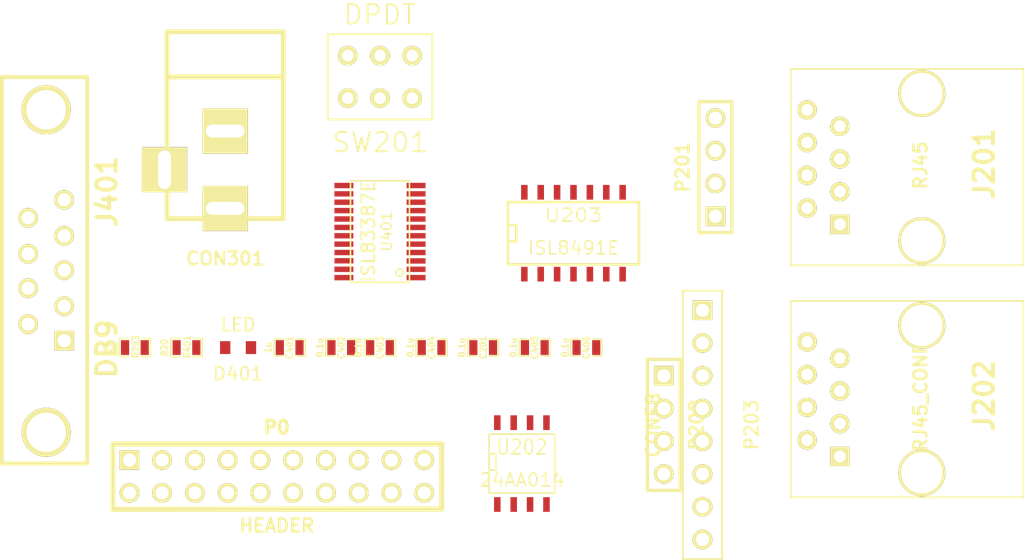
<source format=kicad_pcb>
(kicad_pcb (version 3) (host pcbnew "(2013-07-07 BZR 4022)-stable")

  (general
    (links 78)
    (no_connects 78)
    (area 0 0 0 0)
    (thickness 1.6)
    (drawings 0)
    (tracks 0)
    (zones 0)
    (modules 22)
    (nets 45)
  )

  (page A3)
  (layers
    (15 F.Cu signal)
    (0 B.Cu signal)
    (16 B.Adhes user)
    (17 F.Adhes user)
    (18 B.Paste user)
    (19 F.Paste user)
    (20 B.SilkS user)
    (21 F.SilkS user)
    (22 B.Mask user)
    (23 F.Mask user)
    (24 Dwgs.User user)
    (25 Cmts.User user)
    (26 Eco1.User user)
    (27 Eco2.User user)
    (28 Edge.Cuts user)
  )

  (setup
    (last_trace_width 0.254)
    (trace_clearance 0.254)
    (zone_clearance 0.508)
    (zone_45_only no)
    (trace_min 0.254)
    (segment_width 0.2)
    (edge_width 0.15)
    (via_size 0.889)
    (via_drill 0.635)
    (via_min_size 0.889)
    (via_min_drill 0.508)
    (uvia_size 0.508)
    (uvia_drill 0.127)
    (uvias_allowed no)
    (uvia_min_size 0.508)
    (uvia_min_drill 0.127)
    (pcb_text_width 0.3)
    (pcb_text_size 1.5 1.5)
    (mod_edge_width 0.15)
    (mod_text_size 1.5 1.5)
    (mod_text_width 0.15)
    (pad_size 3.64998 3.64998)
    (pad_drill 3.2)
    (pad_to_mask_clearance 0.2)
    (aux_axis_origin 0 0)
    (visible_elements FFFFFFBF)
    (pcbplotparams
      (layerselection 3178497)
      (usegerberextensions true)
      (excludeedgelayer true)
      (linewidth 0.150000)
      (plotframeref false)
      (viasonmask false)
      (mode 1)
      (useauxorigin false)
      (hpglpennumber 1)
      (hpglpenspeed 20)
      (hpglpendiameter 15)
      (hpglpenoverlay 2)
      (psnegative false)
      (psa4output false)
      (plotreference true)
      (plotvalue true)
      (plotothertext true)
      (plotinvisibletext false)
      (padsonsilk false)
      (subtractmaskfromsilk false)
      (outputformat 1)
      (mirror false)
      (drillshape 1)
      (scaleselection 1)
      (outputdirectory ""))
  )

  (net 0 "")
  (net 1 "/RS422 RJ-45 standalone/A0")
  (net 2 "/RS422 RJ-45 standalone/A1")
  (net 3 "/RS422 RJ-45 standalone/A2")
  (net 4 "/RS422 RJ-45 standalone/CTS_ISO")
  (net 5 "/RS422 RJ-45 standalone/DSR_ISO")
  (net 6 "/RS422 RJ-45 standalone/DTR_ISO")
  (net 7 "/RS422 RJ-45 standalone/GND")
  (net 8 "/RS422 RJ-45 standalone/GND_ISO")
  (net 9 "/RS422 RJ-45 standalone/RS232 Adapter block/A_CTS")
  (net 10 "/RS422 RJ-45 standalone/RS232 Adapter block/A_DSR")
  (net 11 "/RS422 RJ-45 standalone/RS232 Adapter block/A_DTR")
  (net 12 "/RS422 RJ-45 standalone/RS232 Adapter block/A_RTS")
  (net 13 "/RS422 RJ-45 standalone/RS232 Adapter block/A_RX")
  (net 14 "/RS422 RJ-45 standalone/RS232 Adapter block/A_TX")
  (net 15 "/RS422 RJ-45 standalone/RTS_ISO")
  (net 16 "/RS422 RJ-45 standalone/RX_ISO")
  (net 17 "/RS422 RJ-45 standalone/SCL")
  (net 18 "/RS422 RJ-45 standalone/SDA")
  (net 19 "/RS422 RJ-45 standalone/TX_ISO")
  (net 20 "/RS422 RJ-45 standalone/VCC_3V3")
  (net 21 "/RS422 RJ-45 standalone/VCC_5V_ISO")
  (net 22 N-0000023)
  (net 23 N-0000024)
  (net 24 N-0000025)
  (net 25 N-0000026)
  (net 26 N-0000027)
  (net 27 N-0000028)
  (net 28 N-0000029)
  (net 29 N-0000030)
  (net 30 N-0000031)
  (net 31 N-0000032)
  (net 32 N-0000033)
  (net 33 N-0000034)
  (net 34 N-0000035)
  (net 35 N-0000036)
  (net 36 N-0000042)
  (net 37 N-0000043)
  (net 38 N-0000044)
  (net 39 N-0000045)
  (net 40 N-0000046)
  (net 41 N-0000050)
  (net 42 N-0000051)
  (net 43 N-0000052)
  (net 44 N-0000059)

  (net_class Default "This is the default net class."
    (clearance 0.254)
    (trace_width 0.254)
    (via_dia 0.889)
    (via_drill 0.635)
    (uvia_dia 0.508)
    (uvia_drill 0.127)
    (add_net "")
    (add_net "/RS422 RJ-45 standalone/A0")
    (add_net "/RS422 RJ-45 standalone/A1")
    (add_net "/RS422 RJ-45 standalone/A2")
    (add_net "/RS422 RJ-45 standalone/CTS_ISO")
    (add_net "/RS422 RJ-45 standalone/DSR_ISO")
    (add_net "/RS422 RJ-45 standalone/DTR_ISO")
    (add_net "/RS422 RJ-45 standalone/GND")
    (add_net "/RS422 RJ-45 standalone/GND_ISO")
    (add_net "/RS422 RJ-45 standalone/RS232 Adapter block/A_CTS")
    (add_net "/RS422 RJ-45 standalone/RS232 Adapter block/A_DSR")
    (add_net "/RS422 RJ-45 standalone/RS232 Adapter block/A_DTR")
    (add_net "/RS422 RJ-45 standalone/RS232 Adapter block/A_RTS")
    (add_net "/RS422 RJ-45 standalone/RS232 Adapter block/A_RX")
    (add_net "/RS422 RJ-45 standalone/RS232 Adapter block/A_TX")
    (add_net "/RS422 RJ-45 standalone/RTS_ISO")
    (add_net "/RS422 RJ-45 standalone/RX_ISO")
    (add_net "/RS422 RJ-45 standalone/SCL")
    (add_net "/RS422 RJ-45 standalone/SDA")
    (add_net "/RS422 RJ-45 standalone/TX_ISO")
    (add_net "/RS422 RJ-45 standalone/VCC_3V3")
    (add_net "/RS422 RJ-45 standalone/VCC_5V_ISO")
    (add_net N-0000023)
    (add_net N-0000024)
    (add_net N-0000025)
    (add_net N-0000026)
    (add_net N-0000027)
    (add_net N-0000028)
    (add_net N-0000029)
    (add_net N-0000030)
    (add_net N-0000031)
    (add_net N-0000032)
    (add_net N-0000033)
    (add_net N-0000034)
    (add_net N-0000035)
    (add_net N-0000036)
    (add_net N-0000042)
    (add_net N-0000043)
    (add_net N-0000044)
    (add_net N-0000045)
    (add_net N-0000046)
    (add_net N-0000050)
    (add_net N-0000051)
    (add_net N-0000052)
    (add_net N-0000059)
  )

  (module Vishay_SMD_MiniLED (layer F.Cu) (tedit 53B4DF2C) (tstamp 53B6F553)
    (at 212 163)
    (path /53AB69CE/53B10151/53B1042C)
    (fp_text reference D401 (at 0 2.032) (layer F.SilkS)
      (effects (font (size 1 1) (thickness 0.15)))
    )
    (fp_text value LED (at 0 -1.778) (layer F.SilkS)
      (effects (font (size 1 1) (thickness 0.15)))
    )
    (pad 1 smd rect (at -1 0) (size 0.8 1)
      (layers F.Cu F.Paste F.Mask)
      (net 37 N-0000043)
    )
    (pad 2 smd rect (at 1 0) (size 0.8 1)
      (layers F.Cu F.Paste F.Mask)
      (net 8 "/RS422 RJ-45 standalone/GND_ISO")
    )
  )

  (module tssop-24 (layer F.Cu) (tedit 50BDFAA3) (tstamp 53B6F574)
    (at 223 154 90)
    (descr TSSOP-24)
    (path /53AB69CE/53B10151/53B10425)
    (attr smd)
    (fp_text reference U401 (at 0 0.508 90) (layer F.SilkS)
      (effects (font (size 0.8001 0.8001) (thickness 0.11938)))
    )
    (fp_text value ISL83387E (at 0 -0.89916 90) (layer F.SilkS)
      (effects (font (size 1.00076 1.00076) (thickness 0.14986)))
    )
    (fp_line (start 3.937 -2.286) (end -3.937 -2.286) (layer F.SilkS) (width 0.127))
    (fp_line (start -3.937 -2.286) (end -3.937 2.286) (layer F.SilkS) (width 0.127))
    (fp_line (start -3.937 2.286) (end 3.937 2.286) (layer F.SilkS) (width 0.127))
    (fp_line (start 3.937 2.286) (end 3.937 -2.286) (layer F.SilkS) (width 0.127))
    (fp_circle (center -3.175 1.524) (end -3.302 1.778) (layer F.SilkS) (width 0.127))
    (pad 6 smd rect (at -0.32512 2.79908 90) (size 0.4191 1.47066)
      (layers F.Cu F.Paste F.Mask)
      (net 40 N-0000046)
    )
    (pad 7 smd rect (at 0.32512 2.79908 90) (size 0.4191 1.47066)
      (layers F.Cu F.Paste F.Mask)
      (net 16 "/RS422 RJ-45 standalone/RX_ISO")
    )
    (pad 8 smd rect (at 0.97536 2.79908 90) (size 0.4191 1.47066)
      (layers F.Cu F.Paste F.Mask)
      (net 4 "/RS422 RJ-45 standalone/CTS_ISO")
    )
    (pad 9 smd rect (at 1.6256 2.79908 90) (size 0.4191 1.47066)
      (layers F.Cu F.Paste F.Mask)
      (net 38 N-0000044)
    )
    (pad 22 smd rect (at -2.26568 -2.794 90) (size 0.4191 1.47066)
      (layers F.Cu F.Paste F.Mask)
      (net 8 "/RS422 RJ-45 standalone/GND_ISO")
    )
    (pad 3 smd rect (at -2.27584 2.79908 90) (size 0.4191 1.47066)
      (layers F.Cu F.Paste F.Mask)
      (net 42 N-0000051)
    )
    (pad 4 smd rect (at -1.6256 2.79908 90) (size 0.4191 1.47066)
      (layers F.Cu F.Paste F.Mask)
      (net 43 N-0000052)
    )
    (pad 5 smd rect (at -0.97536 2.79908 90) (size 0.4191 1.47066)
      (layers F.Cu F.Paste F.Mask)
      (net 39 N-0000045)
    )
    (pad 15 smd rect (at 2.27584 -2.79908 90) (size 0.4191 1.47066)
      (layers F.Cu F.Paste F.Mask)
      (net 21 "/RS422 RJ-45 standalone/VCC_5V_ISO")
    )
    (pad 16 smd rect (at 1.6256 -2.79908 90) (size 0.4191 1.47066)
      (layers F.Cu F.Paste F.Mask)
      (net 11 "/RS422 RJ-45 standalone/RS232 Adapter block/A_DTR")
    )
    (pad 17 smd rect (at 0.97536 -2.79908 90) (size 0.4191 1.47066)
      (layers F.Cu F.Paste F.Mask)
      (net 12 "/RS422 RJ-45 standalone/RS232 Adapter block/A_RTS")
    )
    (pad 18 smd rect (at 0.32512 -2.79908 90) (size 0.4191 1.47066)
      (layers F.Cu F.Paste F.Mask)
      (net 14 "/RS422 RJ-45 standalone/RS232 Adapter block/A_TX")
    )
    (pad 19 smd rect (at -0.32512 -2.79908 90) (size 0.4191 1.47066)
      (layers F.Cu F.Paste F.Mask)
      (net 10 "/RS422 RJ-45 standalone/RS232 Adapter block/A_DSR")
    )
    (pad 20 smd rect (at -0.97536 -2.79908 90) (size 0.4191 1.47066)
      (layers F.Cu F.Paste F.Mask)
      (net 9 "/RS422 RJ-45 standalone/RS232 Adapter block/A_CTS")
    )
    (pad 10 smd rect (at 2.27584 2.79908 90) (size 0.4191 1.47066)
      (layers F.Cu F.Paste F.Mask)
      (net 5 "/RS422 RJ-45 standalone/DSR_ISO")
    )
    (pad 21 smd rect (at -1.6256 -2.794 90) (size 0.4191 1.47066)
      (layers F.Cu F.Paste F.Mask)
      (net 13 "/RS422 RJ-45 standalone/RS232 Adapter block/A_RX")
    )
    (pad 2 smd rect (at -2.92608 2.79908 90) (size 0.4191 1.47066)
      (layers F.Cu F.Paste F.Mask)
      (net 44 N-0000059)
    )
    (pad 11 smd rect (at 2.92608 2.79908 90) (size 0.4191 1.47066)
      (layers F.Cu F.Paste F.Mask)
      (net 8 "/RS422 RJ-45 standalone/GND_ISO")
    )
    (pad 14 smd rect (at 2.92608 -2.79908 90) (size 0.4191 1.47066)
      (layers F.Cu F.Paste F.Mask)
      (net 19 "/RS422 RJ-45 standalone/TX_ISO")
    )
    (pad 23 smd rect (at -2.92608 -2.79908 90) (size 0.4191 1.47066)
      (layers F.Cu F.Paste F.Mask)
      (net 21 "/RS422 RJ-45 standalone/VCC_5V_ISO")
    )
    (pad 1 smd rect (at -3.57378 2.79908 90) (size 0.4191 1.47066)
      (layers F.Cu F.Paste F.Mask)
      (net 41 N-0000050)
    )
    (pad 12 smd rect (at 3.57378 2.79908 90) (size 0.4191 1.47066)
      (layers F.Cu F.Paste F.Mask)
      (net 6 "/RS422 RJ-45 standalone/DTR_ISO")
    )
    (pad 13 smd rect (at 3.57378 -2.79908 90) (size 0.4191 1.47066)
      (layers F.Cu F.Paste F.Mask)
      (net 15 "/RS422 RJ-45 standalone/RTS_ISO")
    )
    (pad 24 smd rect (at -3.57378 -2.79908 90) (size 0.4191 1.47066)
      (layers F.Cu F.Paste F.Mask)
      (net 21 "/RS422 RJ-45 standalone/VCC_5V_ISO")
    )
    (model smd/smd_dil/tssop-24.wrl
      (at (xyz 0 0 0))
      (scale (xyz 1 1 1))
      (rotate (xyz 0 0 0))
    )
  )

  (module SO8N (layer F.Cu) (tedit 45127296) (tstamp 53B6F587)
    (at 234 172)
    (descr "Module CMS SOJ 8 pins large")
    (tags "CMS SOJ")
    (path /53AB69CE/53ABBAB7)
    (attr smd)
    (fp_text reference U202 (at 0 -1.27) (layer F.SilkS)
      (effects (font (size 1.143 1.016) (thickness 0.127)))
    )
    (fp_text value 24AA014 (at 0 1.27) (layer F.SilkS)
      (effects (font (size 1.016 1.016) (thickness 0.127)))
    )
    (fp_line (start -2.54 -2.286) (end 2.54 -2.286) (layer F.SilkS) (width 0.127))
    (fp_line (start 2.54 -2.286) (end 2.54 2.286) (layer F.SilkS) (width 0.127))
    (fp_line (start 2.54 2.286) (end -2.54 2.286) (layer F.SilkS) (width 0.127))
    (fp_line (start -2.54 2.286) (end -2.54 -2.286) (layer F.SilkS) (width 0.127))
    (fp_line (start -2.54 -0.762) (end -2.032 -0.762) (layer F.SilkS) (width 0.127))
    (fp_line (start -2.032 -0.762) (end -2.032 0.508) (layer F.SilkS) (width 0.127))
    (fp_line (start -2.032 0.508) (end -2.54 0.508) (layer F.SilkS) (width 0.127))
    (pad 8 smd rect (at -1.905 -3.175) (size 0.508 1.143)
      (layers F.Cu F.Paste F.Mask)
      (net 36 N-0000042)
    )
    (pad 7 smd rect (at -0.635 -3.175) (size 0.508 1.143)
      (layers F.Cu F.Paste F.Mask)
      (net 7 "/RS422 RJ-45 standalone/GND")
    )
    (pad 6 smd rect (at 0.635 -3.175) (size 0.508 1.143)
      (layers F.Cu F.Paste F.Mask)
      (net 17 "/RS422 RJ-45 standalone/SCL")
    )
    (pad 5 smd rect (at 1.905 -3.175) (size 0.508 1.143)
      (layers F.Cu F.Paste F.Mask)
      (net 18 "/RS422 RJ-45 standalone/SDA")
    )
    (pad 4 smd rect (at 1.905 3.175) (size 0.508 1.143)
      (layers F.Cu F.Paste F.Mask)
      (net 7 "/RS422 RJ-45 standalone/GND")
    )
    (pad 3 smd rect (at 0.635 3.175) (size 0.508 1.143)
      (layers F.Cu F.Paste F.Mask)
      (net 3 "/RS422 RJ-45 standalone/A2")
    )
    (pad 2 smd rect (at -0.635 3.175) (size 0.508 1.143)
      (layers F.Cu F.Paste F.Mask)
      (net 2 "/RS422 RJ-45 standalone/A1")
    )
    (pad 1 smd rect (at -1.905 3.175) (size 0.508 1.143)
      (layers F.Cu F.Paste F.Mask)
      (net 1 "/RS422 RJ-45 standalone/A0")
    )
    (model smd/cms_so8.wrl
      (at (xyz 0 0 0))
      (scale (xyz 0.5 0.38 0.5))
      (rotate (xyz 0 0 0))
    )
  )

  (module SO14N (layer F.Cu) (tedit 42806FE5) (tstamp 53B6F5A0)
    (at 238 154)
    (descr "Module CMS SOJ 14 pins Large")
    (tags "CMS SOJ")
    (path /53AB69CE/53AFC18A)
    (attr smd)
    (fp_text reference U203 (at 0 -1.27) (layer F.SilkS)
      (effects (font (size 1.016 1.143) (thickness 0.127)))
    )
    (fp_text value ISL8491E (at 0 1.27) (layer F.SilkS)
      (effects (font (size 1.016 1.016) (thickness 0.127)))
    )
    (fp_line (start 5.08 -2.286) (end 5.08 2.54) (layer F.SilkS) (width 0.2032))
    (fp_line (start 5.08 2.54) (end -5.08 2.54) (layer F.SilkS) (width 0.2032))
    (fp_line (start -5.08 2.54) (end -5.08 -2.286) (layer F.SilkS) (width 0.2032))
    (fp_line (start -5.08 -2.286) (end 5.08 -2.286) (layer F.SilkS) (width 0.2032))
    (fp_line (start -5.08 -0.508) (end -4.445 -0.508) (layer F.SilkS) (width 0.2032))
    (fp_line (start -4.445 -0.508) (end -4.445 0.762) (layer F.SilkS) (width 0.2032))
    (fp_line (start -4.445 0.762) (end -5.08 0.762) (layer F.SilkS) (width 0.2032))
    (pad 1 smd rect (at -3.81 3.302) (size 0.508 1.143)
      (layers F.Cu F.Paste F.Mask)
    )
    (pad 2 smd rect (at -2.54 3.302) (size 0.508 1.143)
      (layers F.Cu F.Paste F.Mask)
      (net 16 "/RS422 RJ-45 standalone/RX_ISO")
    )
    (pad 3 smd rect (at -1.27 3.302) (size 0.508 1.143)
      (layers F.Cu F.Paste F.Mask)
      (net 23 N-0000024)
    )
    (pad 4 smd rect (at 0 3.302) (size 0.508 1.143)
      (layers F.Cu F.Paste F.Mask)
      (net 24 N-0000025)
    )
    (pad 5 smd rect (at 1.27 3.302) (size 0.508 1.143)
      (layers F.Cu F.Paste F.Mask)
      (net 19 "/RS422 RJ-45 standalone/TX_ISO")
    )
    (pad 6 smd rect (at 2.54 3.302) (size 0.508 1.143)
      (layers F.Cu F.Paste F.Mask)
      (net 8 "/RS422 RJ-45 standalone/GND_ISO")
    )
    (pad 7 smd rect (at 3.81 3.302) (size 0.508 1.143)
      (layers F.Cu F.Paste F.Mask)
      (net 8 "/RS422 RJ-45 standalone/GND_ISO")
    )
    (pad 8 smd rect (at 3.81 -3.048) (size 0.508 1.143)
      (layers F.Cu F.Paste F.Mask)
    )
    (pad 9 smd rect (at 2.54 -3.048) (size 0.508 1.143)
      (layers F.Cu F.Paste F.Mask)
      (net 34 N-0000035)
    )
    (pad 11 smd rect (at 0 -3.048) (size 0.508 1.143)
      (layers F.Cu F.Paste F.Mask)
      (net 32 N-0000033)
    )
    (pad 12 smd rect (at -1.27 -3.048) (size 0.508 1.143)
      (layers F.Cu F.Paste F.Mask)
      (net 35 N-0000036)
    )
    (pad 13 smd rect (at -2.54 -3.048) (size 0.508 1.143)
      (layers F.Cu F.Paste F.Mask)
    )
    (pad 14 smd rect (at -3.81 -3.048) (size 0.508 1.143)
      (layers F.Cu F.Paste F.Mask)
      (net 21 "/RS422 RJ-45 standalone/VCC_5V_ISO")
    )
    (pad 10 smd rect (at 1.27 -3.048) (size 0.508 1.143)
      (layers F.Cu F.Paste F.Mask)
      (net 33 N-0000034)
    )
    (model smd/cms_so14.wrl
      (at (xyz 0 0 0))
      (scale (xyz 0.5 0.4 0.5))
      (rotate (xyz 0 0 0))
    )
  )

  (module SM0603_Resistor (layer F.Cu) (tedit 5051B21B) (tstamp 53B6F5AC)
    (at 204 163)
    (path /53AB69CE/53ABAC25)
    (attr smd)
    (fp_text reference R203 (at 0.0635 -0.0635 90) (layer F.SilkS)
      (effects (font (size 0.50038 0.4572) (thickness 0.1143)))
    )
    (fp_text value 50 (at -1.69926 0 90) (layer F.SilkS)
      (effects (font (size 0.508 0.4572) (thickness 0.1143)))
    )
    (fp_line (start -0.50038 -0.6985) (end -1.2065 -0.6985) (layer F.SilkS) (width 0.127))
    (fp_line (start -1.2065 -0.6985) (end -1.2065 0.6985) (layer F.SilkS) (width 0.127))
    (fp_line (start -1.2065 0.6985) (end -0.50038 0.6985) (layer F.SilkS) (width 0.127))
    (fp_line (start 1.2065 -0.6985) (end 0.50038 -0.6985) (layer F.SilkS) (width 0.127))
    (fp_line (start 1.2065 -0.6985) (end 1.2065 0.6985) (layer F.SilkS) (width 0.127))
    (fp_line (start 1.2065 0.6985) (end 0.50038 0.6985) (layer F.SilkS) (width 0.127))
    (pad 1 smd rect (at -0.762 0) (size 0.635 1.143)
      (layers F.Cu F.Paste F.Mask)
      (net 20 "/RS422 RJ-45 standalone/VCC_3V3")
    )
    (pad 2 smd rect (at 0.762 0) (size 0.635 1.143)
      (layers F.Cu F.Paste F.Mask)
      (net 36 N-0000042)
    )
    (model smd\resistors\R0603.wrl
      (at (xyz 0 0 0.001))
      (scale (xyz 0.5 0.5 0.5))
      (rotate (xyz 0 0 0))
    )
  )

  (module SM0603_Resistor (layer F.Cu) (tedit 5051B21B) (tstamp 53B6F5B8)
    (at 208 163)
    (path /53AB69CE/53B10151/53B1042D)
    (attr smd)
    (fp_text reference R401 (at 0.0635 -0.0635 90) (layer F.SilkS)
      (effects (font (size 0.50038 0.4572) (thickness 0.1143)))
    )
    (fp_text value 820 (at -1.69926 0 90) (layer F.SilkS)
      (effects (font (size 0.508 0.4572) (thickness 0.1143)))
    )
    (fp_line (start -0.50038 -0.6985) (end -1.2065 -0.6985) (layer F.SilkS) (width 0.127))
    (fp_line (start -1.2065 -0.6985) (end -1.2065 0.6985) (layer F.SilkS) (width 0.127))
    (fp_line (start -1.2065 0.6985) (end -0.50038 0.6985) (layer F.SilkS) (width 0.127))
    (fp_line (start 1.2065 -0.6985) (end 0.50038 -0.6985) (layer F.SilkS) (width 0.127))
    (fp_line (start 1.2065 -0.6985) (end 1.2065 0.6985) (layer F.SilkS) (width 0.127))
    (fp_line (start 1.2065 0.6985) (end 0.50038 0.6985) (layer F.SilkS) (width 0.127))
    (pad 1 smd rect (at -0.762 0) (size 0.635 1.143)
      (layers F.Cu F.Paste F.Mask)
      (net 37 N-0000043)
    )
    (pad 2 smd rect (at 0.762 0) (size 0.635 1.143)
      (layers F.Cu F.Paste F.Mask)
      (net 38 N-0000044)
    )
    (model smd\resistors\R0603.wrl
      (at (xyz 0 0 0.001))
      (scale (xyz 0.5 0.5 0.5))
      (rotate (xyz 0 0 0))
    )
  )

  (module SM0603_Capa (layer F.Cu) (tedit 5051B1EC) (tstamp 53B6F5C4)
    (at 239 163)
    (path /53AB69CE/53B10151/53B1042B)
    (attr smd)
    (fp_text reference C406 (at 0 0 90) (layer F.SilkS)
      (effects (font (size 0.508 0.4572) (thickness 0.1143)))
    )
    (fp_text value 0.1u (at -1.651 0 90) (layer F.SilkS)
      (effects (font (size 0.508 0.4572) (thickness 0.1143)))
    )
    (fp_line (start 0.50038 0.65024) (end 1.19888 0.65024) (layer F.SilkS) (width 0.11938))
    (fp_line (start -0.50038 0.65024) (end -1.19888 0.65024) (layer F.SilkS) (width 0.11938))
    (fp_line (start 0.50038 -0.65024) (end 1.19888 -0.65024) (layer F.SilkS) (width 0.11938))
    (fp_line (start -1.19888 -0.65024) (end -0.50038 -0.65024) (layer F.SilkS) (width 0.11938))
    (fp_line (start 1.19888 -0.635) (end 1.19888 0.635) (layer F.SilkS) (width 0.11938))
    (fp_line (start -1.19888 0.635) (end -1.19888 -0.635) (layer F.SilkS) (width 0.11938))
    (pad 1 smd rect (at -0.762 0) (size 0.635 1.143)
      (layers F.Cu F.Paste F.Mask)
      (net 43 N-0000052)
    )
    (pad 2 smd rect (at 0.762 0) (size 0.635 1.143)
      (layers F.Cu F.Paste F.Mask)
      (net 39 N-0000045)
    )
    (model smd\capacitors\C0603.wrl
      (at (xyz 0 0 0.001))
      (scale (xyz 0.5 0.5 0.5))
      (rotate (xyz 0 0 0))
    )
  )

  (module SM0603_Capa (layer F.Cu) (tedit 5051B1EC) (tstamp 53B6F5D0)
    (at 235 163)
    (path /53AB69CE/53B10151/53B1042A)
    (attr smd)
    (fp_text reference C405 (at 0 0 90) (layer F.SilkS)
      (effects (font (size 0.508 0.4572) (thickness 0.1143)))
    )
    (fp_text value 0.1u (at -1.651 0 90) (layer F.SilkS)
      (effects (font (size 0.508 0.4572) (thickness 0.1143)))
    )
    (fp_line (start 0.50038 0.65024) (end 1.19888 0.65024) (layer F.SilkS) (width 0.11938))
    (fp_line (start -0.50038 0.65024) (end -1.19888 0.65024) (layer F.SilkS) (width 0.11938))
    (fp_line (start 0.50038 -0.65024) (end 1.19888 -0.65024) (layer F.SilkS) (width 0.11938))
    (fp_line (start -1.19888 -0.65024) (end -0.50038 -0.65024) (layer F.SilkS) (width 0.11938))
    (fp_line (start 1.19888 -0.635) (end 1.19888 0.635) (layer F.SilkS) (width 0.11938))
    (fp_line (start -1.19888 0.635) (end -1.19888 -0.635) (layer F.SilkS) (width 0.11938))
    (pad 1 smd rect (at -0.762 0) (size 0.635 1.143)
      (layers F.Cu F.Paste F.Mask)
      (net 41 N-0000050)
    )
    (pad 2 smd rect (at 0.762 0) (size 0.635 1.143)
      (layers F.Cu F.Paste F.Mask)
      (net 42 N-0000051)
    )
    (model smd\capacitors\C0603.wrl
      (at (xyz 0 0 0.001))
      (scale (xyz 0.5 0.5 0.5))
      (rotate (xyz 0 0 0))
    )
  )

  (module SM0603_Capa (layer F.Cu) (tedit 5051B1EC) (tstamp 53B6F5DC)
    (at 231 163)
    (path /53AB69CE/53B518F0)
    (attr smd)
    (fp_text reference C201 (at 0 0 90) (layer F.SilkS)
      (effects (font (size 0.508 0.4572) (thickness 0.1143)))
    )
    (fp_text value 0.1u (at -1.651 0 90) (layer F.SilkS)
      (effects (font (size 0.508 0.4572) (thickness 0.1143)))
    )
    (fp_line (start 0.50038 0.65024) (end 1.19888 0.65024) (layer F.SilkS) (width 0.11938))
    (fp_line (start -0.50038 0.65024) (end -1.19888 0.65024) (layer F.SilkS) (width 0.11938))
    (fp_line (start 0.50038 -0.65024) (end 1.19888 -0.65024) (layer F.SilkS) (width 0.11938))
    (fp_line (start -1.19888 -0.65024) (end -0.50038 -0.65024) (layer F.SilkS) (width 0.11938))
    (fp_line (start 1.19888 -0.635) (end 1.19888 0.635) (layer F.SilkS) (width 0.11938))
    (fp_line (start -1.19888 0.635) (end -1.19888 -0.635) (layer F.SilkS) (width 0.11938))
    (pad 1 smd rect (at -0.762 0) (size 0.635 1.143)
      (layers F.Cu F.Paste F.Mask)
      (net 7 "/RS422 RJ-45 standalone/GND")
    )
    (pad 2 smd rect (at 0.762 0) (size 0.635 1.143)
      (layers F.Cu F.Paste F.Mask)
      (net 36 N-0000042)
    )
    (model smd\capacitors\C0603.wrl
      (at (xyz 0 0 0.001))
      (scale (xyz 0.5 0.5 0.5))
      (rotate (xyz 0 0 0))
    )
  )

  (module SM0603_Capa (layer F.Cu) (tedit 5051B1EC) (tstamp 53B6F5E8)
    (at 227 163)
    (path /53AB69CE/53B10151/53B10429)
    (attr smd)
    (fp_text reference C404 (at 0 0 90) (layer F.SilkS)
      (effects (font (size 0.508 0.4572) (thickness 0.1143)))
    )
    (fp_text value 0.1u (at -1.651 0 90) (layer F.SilkS)
      (effects (font (size 0.508 0.4572) (thickness 0.1143)))
    )
    (fp_line (start 0.50038 0.65024) (end 1.19888 0.65024) (layer F.SilkS) (width 0.11938))
    (fp_line (start -0.50038 0.65024) (end -1.19888 0.65024) (layer F.SilkS) (width 0.11938))
    (fp_line (start 0.50038 -0.65024) (end 1.19888 -0.65024) (layer F.SilkS) (width 0.11938))
    (fp_line (start -1.19888 -0.65024) (end -0.50038 -0.65024) (layer F.SilkS) (width 0.11938))
    (fp_line (start 1.19888 -0.635) (end 1.19888 0.635) (layer F.SilkS) (width 0.11938))
    (fp_line (start -1.19888 0.635) (end -1.19888 -0.635) (layer F.SilkS) (width 0.11938))
    (pad 1 smd rect (at -0.762 0) (size 0.635 1.143)
      (layers F.Cu F.Paste F.Mask)
      (net 40 N-0000046)
    )
    (pad 2 smd rect (at 0.762 0) (size 0.635 1.143)
      (layers F.Cu F.Paste F.Mask)
      (net 8 "/RS422 RJ-45 standalone/GND_ISO")
    )
    (model smd\capacitors\C0603.wrl
      (at (xyz 0 0 0.001))
      (scale (xyz 0.5 0.5 0.5))
      (rotate (xyz 0 0 0))
    )
  )

  (module SM0603_Capa (layer F.Cu) (tedit 5051B1EC) (tstamp 53B6F5F4)
    (at 223 163)
    (path /53AB69CE/53B10151/53B10428)
    (attr smd)
    (fp_text reference C403 (at 0 0 90) (layer F.SilkS)
      (effects (font (size 0.508 0.4572) (thickness 0.1143)))
    )
    (fp_text value 0.1u (at -1.651 0 90) (layer F.SilkS)
      (effects (font (size 0.508 0.4572) (thickness 0.1143)))
    )
    (fp_line (start 0.50038 0.65024) (end 1.19888 0.65024) (layer F.SilkS) (width 0.11938))
    (fp_line (start -0.50038 0.65024) (end -1.19888 0.65024) (layer F.SilkS) (width 0.11938))
    (fp_line (start 0.50038 -0.65024) (end 1.19888 -0.65024) (layer F.SilkS) (width 0.11938))
    (fp_line (start -1.19888 -0.65024) (end -0.50038 -0.65024) (layer F.SilkS) (width 0.11938))
    (fp_line (start 1.19888 -0.635) (end 1.19888 0.635) (layer F.SilkS) (width 0.11938))
    (fp_line (start -1.19888 0.635) (end -1.19888 -0.635) (layer F.SilkS) (width 0.11938))
    (pad 1 smd rect (at -0.762 0) (size 0.635 1.143)
      (layers F.Cu F.Paste F.Mask)
      (net 44 N-0000059)
    )
    (pad 2 smd rect (at 0.762 0) (size 0.635 1.143)
      (layers F.Cu F.Paste F.Mask)
      (net 8 "/RS422 RJ-45 standalone/GND_ISO")
    )
    (model smd\capacitors\C0603.wrl
      (at (xyz 0 0 0.001))
      (scale (xyz 0.5 0.5 0.5))
      (rotate (xyz 0 0 0))
    )
  )

  (module SM0603_Capa (layer F.Cu) (tedit 5051B1EC) (tstamp 53B6F600)
    (at 220 163)
    (path /53AB69CE/53B10151/53B10427)
    (attr smd)
    (fp_text reference C402 (at 0 0 90) (layer F.SilkS)
      (effects (font (size 0.508 0.4572) (thickness 0.1143)))
    )
    (fp_text value 0.1u (at -1.651 0 90) (layer F.SilkS)
      (effects (font (size 0.508 0.4572) (thickness 0.1143)))
    )
    (fp_line (start 0.50038 0.65024) (end 1.19888 0.65024) (layer F.SilkS) (width 0.11938))
    (fp_line (start -0.50038 0.65024) (end -1.19888 0.65024) (layer F.SilkS) (width 0.11938))
    (fp_line (start 0.50038 -0.65024) (end 1.19888 -0.65024) (layer F.SilkS) (width 0.11938))
    (fp_line (start -1.19888 -0.65024) (end -0.50038 -0.65024) (layer F.SilkS) (width 0.11938))
    (fp_line (start 1.19888 -0.635) (end 1.19888 0.635) (layer F.SilkS) (width 0.11938))
    (fp_line (start -1.19888 0.635) (end -1.19888 -0.635) (layer F.SilkS) (width 0.11938))
    (pad 1 smd rect (at -0.762 0) (size 0.635 1.143)
      (layers F.Cu F.Paste F.Mask)
      (net 21 "/RS422 RJ-45 standalone/VCC_5V_ISO")
    )
    (pad 2 smd rect (at 0.762 0) (size 0.635 1.143)
      (layers F.Cu F.Paste F.Mask)
      (net 8 "/RS422 RJ-45 standalone/GND_ISO")
    )
    (model smd\capacitors\C0603.wrl
      (at (xyz 0 0 0.001))
      (scale (xyz 0.5 0.5 0.5))
      (rotate (xyz 0 0 0))
    )
  )

  (module SM0603_Capa (layer F.Cu) (tedit 5051B1EC) (tstamp 53B6F60C)
    (at 216 163)
    (path /53AB69CE/53B10151/53B10426)
    (attr smd)
    (fp_text reference C401 (at 0 0 90) (layer F.SilkS)
      (effects (font (size 0.508 0.4572) (thickness 0.1143)))
    )
    (fp_text value 1u (at -1.651 0 90) (layer F.SilkS)
      (effects (font (size 0.508 0.4572) (thickness 0.1143)))
    )
    (fp_line (start 0.50038 0.65024) (end 1.19888 0.65024) (layer F.SilkS) (width 0.11938))
    (fp_line (start -0.50038 0.65024) (end -1.19888 0.65024) (layer F.SilkS) (width 0.11938))
    (fp_line (start 0.50038 -0.65024) (end 1.19888 -0.65024) (layer F.SilkS) (width 0.11938))
    (fp_line (start -1.19888 -0.65024) (end -0.50038 -0.65024) (layer F.SilkS) (width 0.11938))
    (fp_line (start 1.19888 -0.635) (end 1.19888 0.635) (layer F.SilkS) (width 0.11938))
    (fp_line (start -1.19888 0.635) (end -1.19888 -0.635) (layer F.SilkS) (width 0.11938))
    (pad 1 smd rect (at -0.762 0) (size 0.635 1.143)
      (layers F.Cu F.Paste F.Mask)
      (net 21 "/RS422 RJ-45 standalone/VCC_5V_ISO")
    )
    (pad 2 smd rect (at 0.762 0) (size 0.635 1.143)
      (layers F.Cu F.Paste F.Mask)
      (net 8 "/RS422 RJ-45 standalone/GND_ISO")
    )
    (model smd\capacitors\C0603.wrl
      (at (xyz 0 0 0.001))
      (scale (xyz 0.5 0.5 0.5))
      (rotate (xyz 0 0 0))
    )
  )

  (module pin_array_8x1 (layer F.Cu) (tedit 53B6C8AF) (tstamp 53B6F61C)
    (at 248 169 270)
    (descr "Double rangee de contacts 2 x 12 pins")
    (tags CONN)
    (path /53AB69CE/53B55658)
    (fp_text reference P203 (at 0 -3.81 270) (layer F.SilkS)
      (effects (font (size 1.016 1.016) (thickness 0.18)))
    )
    (fp_text value CONFB (at 0 3.81 270) (layer F.SilkS)
      (effects (font (size 1.016 1.016) (thickness 0.2032)))
    )
    (fp_line (start -10.414 -1.524) (end 10.414 -1.524) (layer F.SilkS) (width 0.15))
    (fp_line (start 10.414 -1.524) (end 10.414 1.524) (layer F.SilkS) (width 0.15))
    (fp_line (start 10.414 1.524) (end -10.414 1.524) (layer F.SilkS) (width 0.15))
    (fp_line (start -10.414 1.524) (end -10.414 -1.524) (layer F.SilkS) (width 0.15))
    (pad 1 thru_hole rect (at -8.89 0 270) (size 1.524 1.524) (drill 1.016)
      (layers *.Cu *.Mask F.SilkS)
      (net 22 N-0000023)
    )
    (pad 3 thru_hole circle (at -3.81 0 270) (size 1.524 1.524) (drill 1.016)
      (layers *.Cu *.Mask F.SilkS)
      (net 27 N-0000028)
    )
    (pad 2 thru_hole circle (at -6.35 0 270) (size 1.524 1.524) (drill 1.016)
      (layers *.Cu *.Mask F.SilkS)
      (net 26 N-0000027)
    )
    (pad 4 thru_hole circle (at -1.27 0 270) (size 1.524 1.524) (drill 1.016)
      (layers *.Cu *.Mask F.SilkS)
      (net 25 N-0000026)
    )
    (pad 5 thru_hole circle (at 1.27 0 270) (size 1.524 1.524) (drill 1.016)
      (layers *.Cu *.Mask F.SilkS)
      (net 28 N-0000029)
    )
    (pad 6 thru_hole circle (at 3.81 0 270) (size 1.524 1.524) (drill 1.016)
      (layers *.Cu *.Mask F.SilkS)
      (net 29 N-0000030)
    )
    (pad 7 thru_hole circle (at 6.35 0 270) (size 1.524 1.524) (drill 1.016)
      (layers *.Cu *.Mask F.SilkS)
      (net 30 N-0000031)
    )
    (pad 8 thru_hole circle (at 8.89 0 270) (size 1.524 1.524) (drill 1.016)
      (layers *.Cu *.Mask F.SilkS)
      (net 31 N-0000032)
    )
    (model pin_array/pins_array_12x2.wrl
      (at (xyz 0 0 0))
      (scale (xyz 1 1 1))
      (rotate (xyz 0 0 0))
    )
  )

  (module PIN_ARRAY_4x1 (layer F.Cu) (tedit 4C10F42E) (tstamp 53B6F628)
    (at 245 169 270)
    (descr "Double rangee de contacts 2 x 5 pins")
    (tags CONN)
    (path /53AB69CE/53B55649)
    (fp_text reference P202 (at 0 -2.54 270) (layer F.SilkS)
      (effects (font (size 1.016 1.016) (thickness 0.2032)))
    )
    (fp_text value CONFA (at 0 2.54 270) (layer F.SilkS) hide
      (effects (font (size 1.016 1.016) (thickness 0.2032)))
    )
    (fp_line (start 5.08 1.27) (end -5.08 1.27) (layer F.SilkS) (width 0.254))
    (fp_line (start 5.08 -1.27) (end -5.08 -1.27) (layer F.SilkS) (width 0.254))
    (fp_line (start -5.08 -1.27) (end -5.08 1.27) (layer F.SilkS) (width 0.254))
    (fp_line (start 5.08 1.27) (end 5.08 -1.27) (layer F.SilkS) (width 0.254))
    (pad 1 thru_hole rect (at -3.81 0 270) (size 1.524 1.524) (drill 1.016)
      (layers *.Cu *.Mask F.SilkS)
      (net 32 N-0000033)
    )
    (pad 2 thru_hole circle (at -1.27 0 270) (size 1.524 1.524) (drill 1.016)
      (layers *.Cu *.Mask F.SilkS)
      (net 33 N-0000034)
    )
    (pad 3 thru_hole circle (at 1.27 0 270) (size 1.524 1.524) (drill 1.016)
      (layers *.Cu *.Mask F.SilkS)
      (net 34 N-0000035)
    )
    (pad 4 thru_hole circle (at 3.81 0 270) (size 1.524 1.524) (drill 1.016)
      (layers *.Cu *.Mask F.SilkS)
      (net 35 N-0000036)
    )
    (model pin_array\pins_array_4x1.wrl
      (at (xyz 0 0 0))
      (scale (xyz 1 1 1))
      (rotate (xyz 0 0 0))
    )
  )

  (module PIN_ARRAY_4x1 (layer F.Cu) (tedit 4C10F42E) (tstamp 53B6F634)
    (at 249 149 90)
    (descr "Double rangee de contacts 2 x 5 pins")
    (tags CONN)
    (path /53AB69CE/53AFC1A4)
    (fp_text reference P201 (at 0 -2.54 90) (layer F.SilkS)
      (effects (font (size 1.016 1.016) (thickness 0.2032)))
    )
    (fp_text value CONN_4 (at 0 2.54 90) (layer F.SilkS) hide
      (effects (font (size 1.016 1.016) (thickness 0.2032)))
    )
    (fp_line (start 5.08 1.27) (end -5.08 1.27) (layer F.SilkS) (width 0.254))
    (fp_line (start 5.08 -1.27) (end -5.08 -1.27) (layer F.SilkS) (width 0.254))
    (fp_line (start -5.08 -1.27) (end -5.08 1.27) (layer F.SilkS) (width 0.254))
    (fp_line (start 5.08 1.27) (end 5.08 -1.27) (layer F.SilkS) (width 0.254))
    (pad 1 thru_hole rect (at -3.81 0 90) (size 1.524 1.524) (drill 1.016)
      (layers *.Cu *.Mask F.SilkS)
      (net 35 N-0000036)
    )
    (pad 2 thru_hole circle (at -1.27 0 90) (size 1.524 1.524) (drill 1.016)
      (layers *.Cu *.Mask F.SilkS)
      (net 32 N-0000033)
    )
    (pad 3 thru_hole circle (at 1.27 0 90) (size 1.524 1.524) (drill 1.016)
      (layers *.Cu *.Mask F.SilkS)
      (net 33 N-0000034)
    )
    (pad 4 thru_hole circle (at 3.81 0 90) (size 1.524 1.524) (drill 1.016)
      (layers *.Cu *.Mask F.SilkS)
      (net 34 N-0000035)
    )
    (model pin_array\pins_array_4x1.wrl
      (at (xyz 0 0 0))
      (scale (xyz 1 1 1))
      (rotate (xyz 0 0 0))
    )
  )

  (module pin_array_10x2 (layer F.Cu) (tedit 53B44F5B) (tstamp 53B6F650)
    (at 215 173)
    (descr "Double rangee de contacts 2 x 12 pins")
    (tags CONN)
    (path /53AB69C0)
    (fp_text reference P0 (at 0 -3.81) (layer F.SilkS)
      (effects (font (size 1.016 1.016) (thickness 0.254)))
    )
    (fp_text value HEADER (at 0 3.81) (layer F.SilkS)
      (effects (font (size 1.016 1.016) (thickness 0.2032)))
    )
    (fp_line (start -12.685 2.55) (end 12.79 2.525) (layer F.SilkS) (width 0.4))
    (fp_line (start -12.685 -2.525) (end 12.815 -2.525) (layer F.SilkS) (width 0.4))
    (fp_line (start -12.7 -2.54) (end -12.7 2.54) (layer F.SilkS) (width 0.381))
    (fp_line (start 12.78 2.54) (end 12.78 -2.54) (layer F.SilkS) (width 0.381))
    (pad 1 thru_hole rect (at -11.41 -1.275) (size 1.524 1.524) (drill 1.016)
      (layers *.Cu *.Mask F.SilkS)
      (net 4 "/RS422 RJ-45 standalone/CTS_ISO")
    )
    (pad 20 thru_hole circle (at -11.41 1.275) (size 1.524 1.524) (drill 1.016)
      (layers *.Cu *.Mask F.SilkS)
    )
    (pad 19 thru_hole circle (at -8.89 1.27) (size 1.524 1.524) (drill 1.016)
      (layers *.Cu *.Mask F.SilkS)
    )
    (pad 2 thru_hole circle (at -8.89 -1.27) (size 1.524 1.524) (drill 1.016)
      (layers *.Cu *.Mask F.SilkS)
      (net 19 "/RS422 RJ-45 standalone/TX_ISO")
    )
    (pad 18 thru_hole circle (at -6.35 1.27) (size 1.524 1.524) (drill 1.016)
      (layers *.Cu *.Mask F.SilkS)
      (net 5 "/RS422 RJ-45 standalone/DSR_ISO")
    )
    (pad 3 thru_hole circle (at -6.35 -1.27) (size 1.524 1.524) (drill 1.016)
      (layers *.Cu *.Mask F.SilkS)
      (net 16 "/RS422 RJ-45 standalone/RX_ISO")
    )
    (pad 17 thru_hole circle (at -3.81 1.27) (size 1.524 1.524) (drill 1.016)
      (layers *.Cu *.Mask F.SilkS)
      (net 6 "/RS422 RJ-45 standalone/DTR_ISO")
    )
    (pad 4 thru_hole circle (at -3.81 -1.27) (size 1.524 1.524) (drill 1.016)
      (layers *.Cu *.Mask F.SilkS)
      (net 15 "/RS422 RJ-45 standalone/RTS_ISO")
    )
    (pad 16 thru_hole circle (at -1.27 1.27) (size 1.524 1.524) (drill 1.016)
      (layers *.Cu *.Mask F.SilkS)
      (net 8 "/RS422 RJ-45 standalone/GND_ISO")
    )
    (pad 5 thru_hole circle (at -1.27 -1.27) (size 1.524 1.524) (drill 1.016)
      (layers *.Cu *.Mask F.SilkS)
      (net 8 "/RS422 RJ-45 standalone/GND_ISO")
    )
    (pad 15 thru_hole circle (at 1.27 1.27) (size 1.524 1.524) (drill 1.016)
      (layers *.Cu *.Mask F.SilkS)
    )
    (pad 6 thru_hole circle (at 1.27 -1.27) (size 1.524 1.524) (drill 1.016)
      (layers *.Cu *.Mask F.SilkS)
      (net 21 "/RS422 RJ-45 standalone/VCC_5V_ISO")
    )
    (pad 14 thru_hole circle (at 3.81 1.27) (size 1.524 1.524) (drill 1.016)
      (layers *.Cu *.Mask F.SilkS)
      (net 17 "/RS422 RJ-45 standalone/SCL")
    )
    (pad 7 thru_hole circle (at 3.81 -1.27) (size 1.524 1.524) (drill 1.016)
      (layers *.Cu *.Mask F.SilkS)
    )
    (pad 13 thru_hole circle (at 6.35 1.27) (size 1.524 1.524) (drill 1.016)
      (layers *.Cu *.Mask F.SilkS)
      (net 18 "/RS422 RJ-45 standalone/SDA")
    )
    (pad 8 thru_hole circle (at 6.35 -1.27) (size 1.524 1.524) (drill 1.016)
      (layers *.Cu *.Mask F.SilkS)
      (net 1 "/RS422 RJ-45 standalone/A0")
    )
    (pad 12 thru_hole circle (at 8.89 1.27) (size 1.524 1.524) (drill 1.016)
      (layers *.Cu *.Mask F.SilkS)
      (net 7 "/RS422 RJ-45 standalone/GND")
    )
    (pad 9 thru_hole circle (at 8.89 -1.27) (size 1.524 1.524) (drill 1.016)
      (layers *.Cu *.Mask F.SilkS)
      (net 2 "/RS422 RJ-45 standalone/A1")
    )
    (pad 11 thru_hole circle (at 11.43 1.27) (size 1.524 1.524) (drill 1.016)
      (layers *.Cu *.Mask F.SilkS)
      (net 20 "/RS422 RJ-45 standalone/VCC_3V3")
    )
    (pad 10 thru_hole circle (at 11.43 -1.27) (size 1.524 1.524) (drill 1.016)
      (layers *.Cu *.Mask F.SilkS)
      (net 3 "/RS422 RJ-45 standalone/A2")
    )
  )

  (module JS202011AQN (layer F.Cu) (tedit 53B6F154) (tstamp 53B6F660)
    (at 223 142)
    (path /53AB69CE/53B00642)
    (fp_text reference SW201 (at 0 5.08) (layer F.SilkS)
      (effects (font (size 1.5 1.5) (thickness 0.15)))
    )
    (fp_text value DPDT (at 0 -4.826) (layer F.SilkS)
      (effects (font (size 1.5 1.5) (thickness 0.15)))
    )
    (fp_line (start -4.064 -3.302) (end 4.064 -3.302) (layer F.SilkS) (width 0.15))
    (fp_line (start 4.064 -3.302) (end 4.064 2.794) (layer F.SilkS) (width 0.15))
    (fp_line (start 4.064 2.794) (end 4.064 3.048) (layer F.SilkS) (width 0.15))
    (fp_line (start 4.064 3.048) (end 4.064 3.302) (layer F.SilkS) (width 0.15))
    (fp_line (start 4.064 3.302) (end -4.064 3.302) (layer F.SilkS) (width 0.15))
    (fp_line (start -4.064 3.302) (end -4.064 -3.302) (layer F.SilkS) (width 0.15))
    (pad 2 thru_hole circle (at 0 -1.65) (size 1.524 1.524) (drill 0.9)
      (layers *.Cu *.Mask F.SilkS)
      (net 23 N-0000024)
    )
    (pad 1 thru_hole circle (at -2.5 -1.65) (size 1.524 1.524) (drill 0.9)
      (layers *.Cu *.Mask F.SilkS)
      (net 15 "/RS422 RJ-45 standalone/RTS_ISO")
    )
    (pad 3 thru_hole circle (at 2.5 -1.65) (size 1.524 1.524) (drill 0.9)
      (layers *.Cu *.Mask F.SilkS)
      (net 8 "/RS422 RJ-45 standalone/GND_ISO")
    )
    (pad 4 thru_hole circle (at -2.5 1.65) (size 1.524 1.524) (drill 0.9)
      (layers *.Cu *.Mask F.SilkS)
      (net 15 "/RS422 RJ-45 standalone/RTS_ISO")
    )
    (pad 5 thru_hole circle (at 0 1.65) (size 1.524 1.524) (drill 0.9)
      (layers *.Cu *.Mask F.SilkS)
      (net 24 N-0000025)
    )
    (pad 6 thru_hole circle (at 2.5 1.65) (size 1.524 1.524) (drill 0.9)
      (layers *.Cu *.Mask F.SilkS)
      (net 21 "/RS422 RJ-45 standalone/VCC_5V_ISO")
    )
  )

  (module FCI_54602-908LF (layer F.Cu) (tedit 53B6F406) (tstamp 53B6F672)
    (at 265 149 90)
    (tags RJ45)
    (path /53AB69CE/53B148F5)
    (fp_text reference J201 (at 0.254 4.826 90) (layer F.SilkS)
      (effects (font (size 1.524 1.524) (thickness 0.3048)))
    )
    (fp_text value RJ45 (at 0.14224 -0.1016 90) (layer F.SilkS)
      (effects (font (size 1.00076 1.00076) (thickness 0.2032)))
    )
    (fp_line (start -7.62 7.874) (end 7.62 7.874) (layer F.SilkS) (width 0.127))
    (fp_line (start 7.62 7.874) (end 7.62 -10.16) (layer F.SilkS) (width 0.127))
    (fp_line (start 7.62 -10.16) (end -7.62 -10.16) (layer F.SilkS) (width 0.127))
    (fp_line (start -7.62 -10.16) (end -7.62 7.874) (layer F.SilkS) (width 0.127))
    (pad 9 thru_hole circle (at 5.715 0 90) (size 3.64998 3.64998) (drill 3.2)
      (layers *.Cu *.Mask F.SilkS)
    )
    (pad 9 thru_hole circle (at -5.715 0 90) (size 3.64998 3.64998) (drill 3.2)
      (layers *.Cu *.Mask F.SilkS)
    )
    (pad 1 thru_hole rect (at -4.445 -6.35 90) (size 1.50114 1.50114) (drill 0.89916)
      (layers *.Cu *.Mask F.SilkS)
    )
    (pad 2 thru_hole circle (at -3.175 -8.89 90) (size 1.50114 1.50114) (drill 0.89916)
      (layers *.Cu *.Mask F.SilkS)
    )
    (pad 3 thru_hole circle (at -1.905 -6.35 90) (size 1.50114 1.50114) (drill 0.89916)
      (layers *.Cu *.Mask F.SilkS)
      (net 32 N-0000033)
    )
    (pad 4 thru_hole circle (at -0.635 -8.89 90) (size 1.50114 1.50114) (drill 0.89916)
      (layers *.Cu *.Mask F.SilkS)
      (net 33 N-0000034)
    )
    (pad 5 thru_hole circle (at 0.635 -6.35 90) (size 1.50114 1.50114) (drill 0.89916)
      (layers *.Cu *.Mask F.SilkS)
      (net 34 N-0000035)
    )
    (pad 6 thru_hole circle (at 1.905 -8.89 90) (size 1.50114 1.50114) (drill 0.89916)
      (layers *.Cu *.Mask F.SilkS)
      (net 35 N-0000036)
    )
    (pad 7 thru_hole circle (at 3.175 -6.35 90) (size 1.50114 1.50114) (drill 0.89916)
      (layers *.Cu *.Mask F.SilkS)
    )
    (pad 8 thru_hole circle (at 4.445 -8.89 90) (size 1.50114 1.50114) (drill 0.89916)
      (layers *.Cu *.Mask F.SilkS)
    )
    (model connectors/RJ45_8.wrl
      (at (xyz 0 0 0))
      (scale (xyz 0.4 0.4 0.4))
      (rotate (xyz 0 0 0))
    )
  )

  (module FCI_54602-908LF (layer F.Cu) (tedit 53B6F406) (tstamp 53B6F684)
    (at 265 167 90)
    (tags RJ45)
    (path /53AB69CE/53AFC1B5)
    (fp_text reference J202 (at 0.254 4.826 90) (layer F.SilkS)
      (effects (font (size 1.524 1.524) (thickness 0.3048)))
    )
    (fp_text value RJ45_CONF (at 0.14224 -0.1016 90) (layer F.SilkS)
      (effects (font (size 1.00076 1.00076) (thickness 0.2032)))
    )
    (fp_line (start -7.62 7.874) (end 7.62 7.874) (layer F.SilkS) (width 0.127))
    (fp_line (start 7.62 7.874) (end 7.62 -10.16) (layer F.SilkS) (width 0.127))
    (fp_line (start 7.62 -10.16) (end -7.62 -10.16) (layer F.SilkS) (width 0.127))
    (fp_line (start -7.62 -10.16) (end -7.62 7.874) (layer F.SilkS) (width 0.127))
    (pad 9 thru_hole circle (at 5.715 0 90) (size 3.64998 3.64998) (drill 3.2)
      (layers *.Cu *.Mask F.SilkS)
    )
    (pad 9 thru_hole circle (at -5.715 0 90) (size 3.64998 3.64998) (drill 3.2)
      (layers *.Cu *.Mask F.SilkS)
    )
    (pad 1 thru_hole rect (at -4.445 -6.35 90) (size 1.50114 1.50114) (drill 0.89916)
      (layers *.Cu *.Mask F.SilkS)
      (net 31 N-0000032)
    )
    (pad 2 thru_hole circle (at -3.175 -8.89 90) (size 1.50114 1.50114) (drill 0.89916)
      (layers *.Cu *.Mask F.SilkS)
      (net 30 N-0000031)
    )
    (pad 3 thru_hole circle (at -1.905 -6.35 90) (size 1.50114 1.50114) (drill 0.89916)
      (layers *.Cu *.Mask F.SilkS)
      (net 29 N-0000030)
    )
    (pad 4 thru_hole circle (at -0.635 -8.89 90) (size 1.50114 1.50114) (drill 0.89916)
      (layers *.Cu *.Mask F.SilkS)
      (net 28 N-0000029)
    )
    (pad 5 thru_hole circle (at 0.635 -6.35 90) (size 1.50114 1.50114) (drill 0.89916)
      (layers *.Cu *.Mask F.SilkS)
      (net 25 N-0000026)
    )
    (pad 6 thru_hole circle (at 1.905 -8.89 90) (size 1.50114 1.50114) (drill 0.89916)
      (layers *.Cu *.Mask F.SilkS)
      (net 27 N-0000028)
    )
    (pad 7 thru_hole circle (at 3.175 -6.35 90) (size 1.50114 1.50114) (drill 0.89916)
      (layers *.Cu *.Mask F.SilkS)
      (net 26 N-0000027)
    )
    (pad 8 thru_hole circle (at 4.445 -8.89 90) (size 1.50114 1.50114) (drill 0.89916)
      (layers *.Cu *.Mask F.SilkS)
      (net 22 N-0000023)
    )
    (model connectors/RJ45_8.wrl
      (at (xyz 0 0 0))
      (scale (xyz 0.4 0.4 0.4))
      (rotate (xyz 0 0 0))
    )
  )

  (module DB9FD (layer F.Cu) (tedit 3F966BD4) (tstamp 53B6F697)
    (at 197 157 270)
    (descr "Connecteur DB9 femelle droit")
    (tags "CONN DB9")
    (path /53AB69CE/53B10151/53B10424)
    (fp_text reference J401 (at -6.096 -4.826 450) (layer F.SilkS)
      (effects (font (size 1.524 1.524) (thickness 0.3048)))
    )
    (fp_text value DB9 (at 6.096 -4.826 270) (layer F.SilkS)
      (effects (font (size 1.524 1.524) (thickness 0.3048)))
    )
    (fp_line (start -14.986 -3.302) (end -14.986 3.302) (layer F.SilkS) (width 0.3048))
    (fp_line (start -14.986 3.302) (end 14.986 3.302) (layer F.SilkS) (width 0.3048))
    (fp_line (start 14.986 3.302) (end 14.986 -3.302) (layer F.SilkS) (width 0.3048))
    (fp_line (start 14.986 -3.302) (end -14.986 -3.302) (layer F.SilkS) (width 0.3048))
    (pad 0 thru_hole circle (at -12.446 -0.127 270) (size 3.81 3.81) (drill 3.048)
      (layers *.Cu *.Mask F.SilkS)
    )
    (pad 0 thru_hole circle (at 12.573 -0.127 270) (size 3.81 3.81) (drill 3.048)
      (layers *.Cu *.Mask F.SilkS)
    )
    (pad 1 thru_hole rect (at 5.461 -1.524 270) (size 1.524 1.524) (drill 1.016)
      (layers *.Cu *.Mask F.SilkS)
    )
    (pad 2 thru_hole circle (at 2.794 -1.524 270) (size 1.524 1.524) (drill 1.016)
      (layers *.Cu *.Mask F.SilkS)
      (net 13 "/RS422 RJ-45 standalone/RS232 Adapter block/A_RX")
    )
    (pad 3 thru_hole circle (at 0 -1.524 270) (size 1.524 1.524) (drill 1.016)
      (layers *.Cu *.Mask F.SilkS)
      (net 14 "/RS422 RJ-45 standalone/RS232 Adapter block/A_TX")
    )
    (pad 4 thru_hole circle (at -2.667 -1.524 270) (size 1.524 1.524) (drill 1.016)
      (layers *.Cu *.Mask F.SilkS)
      (net 11 "/RS422 RJ-45 standalone/RS232 Adapter block/A_DTR")
    )
    (pad 5 thru_hole circle (at -5.461 -1.524 270) (size 1.524 1.524) (drill 1.016)
      (layers *.Cu *.Mask F.SilkS)
      (net 8 "/RS422 RJ-45 standalone/GND_ISO")
    )
    (pad 6 thru_hole circle (at 4.191 1.27 270) (size 1.524 1.524) (drill 1.016)
      (layers *.Cu *.Mask F.SilkS)
      (net 10 "/RS422 RJ-45 standalone/RS232 Adapter block/A_DSR")
    )
    (pad 7 thru_hole circle (at 1.397 1.27 270) (size 1.524 1.524) (drill 1.016)
      (layers *.Cu *.Mask F.SilkS)
      (net 12 "/RS422 RJ-45 standalone/RS232 Adapter block/A_RTS")
    )
    (pad 8 thru_hole circle (at -1.27 1.27 270) (size 1.524 1.524) (drill 1.016)
      (layers *.Cu *.Mask F.SilkS)
      (net 9 "/RS422 RJ-45 standalone/RS232 Adapter block/A_CTS")
    )
    (pad 9 thru_hole circle (at -4.064 1.27 270) (size 1.524 1.524) (drill 1.016)
      (layers *.Cu *.Mask F.SilkS)
    )
    (model conn_DBxx/db9_female.wrl
      (at (xyz 0 0 0))
      (scale (xyz 1 1 1))
      (rotate (xyz 0 0 0))
    )
  )

  (module BARREL_JACK (layer F.Cu) (tedit 505F99C2) (tstamp 53B6F6A3)
    (at 211 146 270)
    (descr "DC Barrel Jack")
    (tags "Power Jack")
    (path /53AB69CE/53B10151/53B38F34)
    (fp_text reference CON301 (at 10.09904 0 360) (layer F.SilkS)
      (effects (font (size 1.016 1.016) (thickness 0.2032)))
    )
    (fp_text value BARREL_JACK (at 0 -5.99948 270) (layer F.SilkS) hide
      (effects (font (size 1.016 1.016) (thickness 0.2032)))
    )
    (fp_line (start -4.0005 -4.50088) (end -4.0005 4.50088) (layer F.SilkS) (width 0.381))
    (fp_line (start -7.50062 -4.50088) (end -7.50062 4.50088) (layer F.SilkS) (width 0.381))
    (fp_line (start -7.50062 4.50088) (end 7.00024 4.50088) (layer F.SilkS) (width 0.381))
    (fp_line (start 7.00024 4.50088) (end 7.00024 -4.50088) (layer F.SilkS) (width 0.381))
    (fp_line (start 7.00024 -4.50088) (end -7.50062 -4.50088) (layer F.SilkS) (width 0.381))
    (pad 1 thru_hole rect (at 6.20014 0 270) (size 3.50012 3.50012) (drill oval 1.00076 2.99974)
      (layers *.Cu *.Mask F.SilkS)
      (net 21 "/RS422 RJ-45 standalone/VCC_5V_ISO")
    )
    (pad 2 thru_hole rect (at 0.20066 0 270) (size 3.50012 3.50012) (drill oval 1.00076 2.99974)
      (layers *.Cu *.Mask F.SilkS)
      (net 8 "/RS422 RJ-45 standalone/GND_ISO")
    )
    (pad 3 thru_hole rect (at 3.2004 4.699 270) (size 3.50012 3.50012) (drill oval 2.99974 1.00076)
      (layers *.Cu *.Mask F.SilkS)
    )
  )

)

</source>
